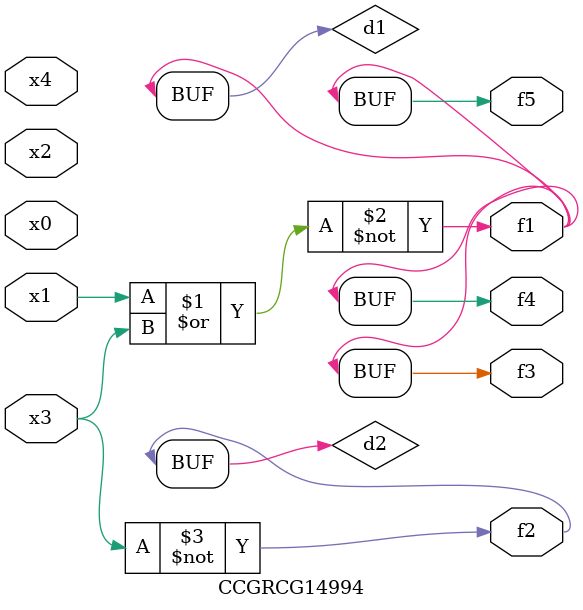
<source format=v>
module CCGRCG14994(
	input x0, x1, x2, x3, x4,
	output f1, f2, f3, f4, f5
);

	wire d1, d2;

	nor (d1, x1, x3);
	not (d2, x3);
	assign f1 = d1;
	assign f2 = d2;
	assign f3 = d1;
	assign f4 = d1;
	assign f5 = d1;
endmodule

</source>
